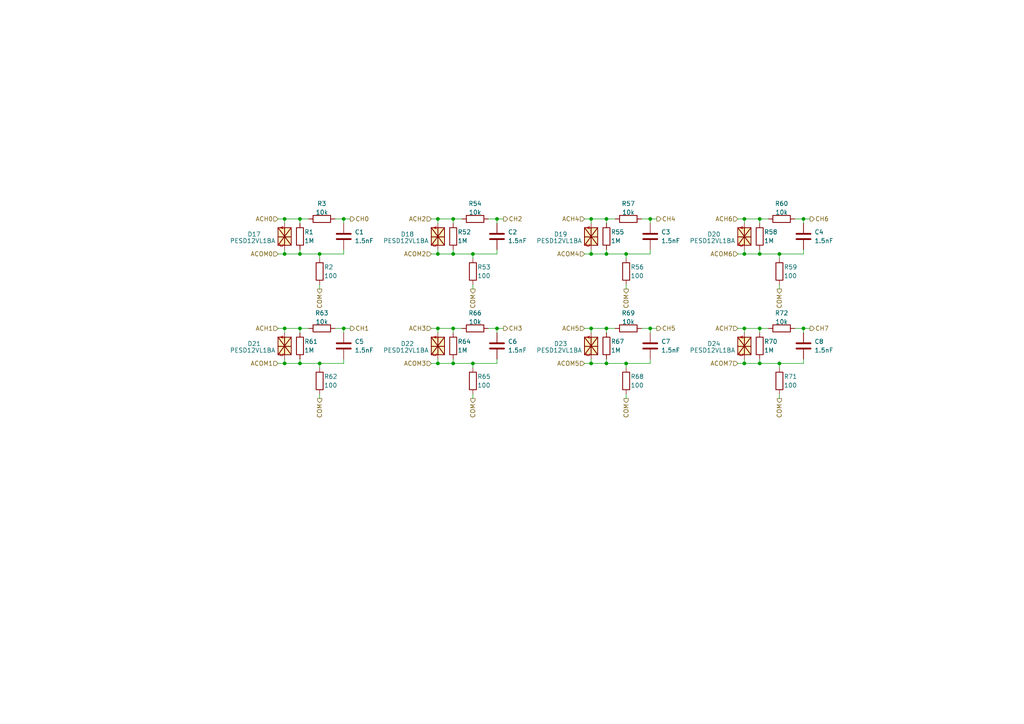
<source format=kicad_sch>
(kicad_sch (version 20250114) (generator "eeschema") (generator_version "9.0")
  (paper "A4")
  (lib_symbols
    (symbol "Device:C" (pin_numbers (hide yes)) (pin_names (offset 0.254))
      (property "Reference" "C" (at 0.635 2.54 0))
      (property "Value" "C" (at 0.635 -2.54 0))
      (symbol "C_0_1"
        (polyline (pts (xy -2.032 0.762) (xy 2.032 0.762)) (stroke (width 0.508)))
        (polyline (pts (xy -2.032 -0.762) (xy 2.032 -0.762)) (stroke (width 0.508)))
      )
      (symbol "C_1_1"
        (pin passive line (at 0 3.81 270) (length 2.794) (name "~") (number "1"))
        (pin passive line (at 0 -3.81 90) (length 2.794) (name "~") (number "2"))
      )
    )
    (symbol "Device:R" (pin_numbers (hide yes)) (pin_names (offset 0))
      (property "Reference" "R" (at 2.032 0 90))
      (property "Value" "R" (at 0 0 90))
      (symbol "R_0_1"
        (rectangle (start -1.016 -2.54) (end 1.016 2.54) (stroke (width 0.254)))
      )
      (symbol "R_1_1"
        (pin passive line (at 0 3.81 270) (length 1.27) (name "~") (number "1"))
        (pin passive line (at 0 -3.81 90) (length 1.27) (name "~") (number "2"))
      )
    )
    (symbol "PESD12VL1BA:PESD12VL1BA" (pin_names (offset 1.016))
      (property "Reference" "D" (at -2.9464 2.6416 0))
      (property "Value" "PESD12VL1BA" (at -4.4704 -4.4958 0))
      (symbol "PESD12VL1BA_0_0"
        (polyline (pts (xy -1.27 0) (xy 3.81 0)) (stroke (width 0.254)))
        (polyline (pts (xy -1.27 -1.905) (xy 1.27 0)) (stroke (width 0.254)))
        (rectangle (start -1.2519 -1.905) (end 3.8281 1.905) (stroke (width 0.254)) (fill (type background)))
        (polyline (pts (xy 1.27 0) (xy -1.27 1.905)) (stroke (width 0.254)))
        (polyline (pts (xy 1.27 0) (xy 3.81 1.905)) (stroke (width 0.254)))
        (polyline (pts (xy 1.397 1.905) (xy 1.397 -1.905)) (stroke (width 0.254)))
        (polyline (pts (xy 3.81 -1.905) (xy 1.27 0)) (stroke (width 0.254)))
        (pin passive line (at -2.54 0 0) (length 2.54) (name "~") (number "A"))
        (pin passive line (at 5.08 0 180) (length 2.54) (name "~") (number "C"))
      )
    )
  )
  (junction (at 220.345 105.41))
  (junction (at 181.61 105.41))
  (junction (at 220.345 63.5))
  (junction (at 99.695 63.5))
  (junction (at 99.695 95.25))
  (junction (at 171.45 63.5))
  (junction (at 175.895 95.25))
  (junction (at 171.45 95.25))
  (junction (at 92.71 105.41))
  (junction (at 181.61 73.66))
  (junction (at 226.06 105.41))
  (junction (at 127 95.25))
  (junction (at 171.45 73.66))
  (junction (at 137.16 105.41))
  (junction (at 82.55 95.25))
  (junction (at 86.995 73.66))
  (junction (at 175.895 105.41))
  (junction (at 127 63.5))
  (junction (at 82.55 105.41))
  (junction (at 127 105.41))
  (junction (at 175.895 73.66))
  (junction (at 233.045 63.5))
  (junction (at 215.9 63.5))
  (junction (at 144.145 63.5))
  (junction (at 220.345 73.66))
  (junction (at 131.445 95.25))
  (junction (at 226.06 73.66))
  (junction (at 188.595 95.25))
  (junction (at 82.55 73.66))
  (junction (at 175.895 63.5))
  (junction (at 86.995 95.25))
  (junction (at 215.9 73.66))
  (junction (at 127 73.66))
  (junction (at 82.55 63.5))
  (junction (at 137.16 73.66))
  (junction (at 188.595 63.5))
  (junction (at 233.045 95.25))
  (junction (at 144.145 95.25))
  (junction (at 92.71 73.66))
  (junction (at 131.445 63.5))
  (junction (at 131.445 105.41))
  (junction (at 215.9 105.41))
  (junction (at 86.995 105.41))
  (junction (at 86.995 63.5))
  (junction (at 171.45 105.41))
  (junction (at 220.345 95.25))
  (junction (at 215.9 95.25))
  (junction (at 131.445 73.66))
  (wire (pts (xy 92.71 105.41) (xy 99.695 105.41)))
  (wire (pts (xy 86.995 105.41) (xy 92.71 105.41)))
  (wire (pts (xy 99.695 95.25) (xy 101.6 95.25)))
  (wire (pts (xy 215.9 72.39) (xy 215.9 73.66)))
  (wire (pts (xy 213.995 63.5) (xy 215.9 63.5)))
  (wire (pts (xy 82.55 95.25) (xy 86.995 95.25)))
  (wire (pts (xy 171.45 73.66) (xy 175.895 73.66)))
  (wire (pts (xy 171.45 105.41) (xy 175.895 105.41)))
  (wire (pts (xy 141.605 63.5) (xy 144.145 63.5)))
  (wire (pts (xy 233.045 95.25) (xy 233.045 96.52)))
  (wire (pts (xy 127 95.25) (xy 131.445 95.25)))
  (wire (pts (xy 80.645 95.25) (xy 82.55 95.25)))
  (wire (pts (xy 220.345 104.14) (xy 220.345 105.41)))
  (wire (pts (xy 127 104.14) (xy 127 105.41)))
  (wire (pts (xy 137.16 82.55) (xy 137.16 83.82)))
  (wire (pts (xy 215.9 73.66) (xy 220.345 73.66)))
  (wire (pts (xy 181.61 114.3) (xy 181.61 115.57)))
  (wire (pts (xy 181.61 74.93) (xy 181.61 73.66)))
  (wire (pts (xy 213.995 73.66) (xy 215.9 73.66)))
  (wire (pts (xy 86.995 104.14) (xy 86.995 105.41)))
  (wire (pts (xy 169.545 63.5) (xy 171.45 63.5)))
  (wire (pts (xy 175.895 104.14) (xy 175.895 105.41)))
  (wire (pts (xy 137.16 106.68) (xy 137.16 105.41)))
  (wire (pts (xy 141.605 95.25) (xy 144.145 95.25)))
  (wire (pts (xy 127 73.66) (xy 131.445 73.66)))
  (wire (pts (xy 80.645 63.5) (xy 82.55 63.5)))
  (wire (pts (xy 226.06 73.66) (xy 233.045 73.66)))
  (wire (pts (xy 233.045 95.25) (xy 234.95 95.25)))
  (wire (pts (xy 144.145 63.5) (xy 146.05 63.5)))
  (wire (pts (xy 171.45 95.25) (xy 171.45 96.52)))
  (wire (pts (xy 188.595 95.25) (xy 188.595 96.52)))
  (wire (pts (xy 82.55 104.14) (xy 82.55 105.41)))
  (wire (pts (xy 226.06 82.55) (xy 226.06 83.82)))
  (wire (pts (xy 82.55 95.25) (xy 82.55 96.52)))
  (wire (pts (xy 226.06 105.41) (xy 233.045 105.41)))
  (wire (pts (xy 97.155 63.5) (xy 99.695 63.5)))
  (wire (pts (xy 99.695 63.5) (xy 101.6 63.5)))
  (wire (pts (xy 80.645 105.41) (xy 82.55 105.41)))
  (wire (pts (xy 144.145 95.25) (xy 146.05 95.25)))
  (wire (pts (xy 86.995 95.25) (xy 86.995 96.52)))
  (wire (pts (xy 92.71 82.55) (xy 92.71 83.82)))
  (wire (pts (xy 86.995 95.25) (xy 89.535 95.25)))
  (wire (pts (xy 220.345 95.25) (xy 220.345 96.52)))
  (wire (pts (xy 169.545 95.25) (xy 171.45 95.25)))
  (wire (pts (xy 175.895 63.5) (xy 175.895 64.77)))
  (wire (pts (xy 226.06 114.3) (xy 226.06 115.57)))
  (wire (pts (xy 82.55 63.5) (xy 82.55 64.77)))
  (wire (pts (xy 99.695 104.14) (xy 99.695 105.41)))
  (wire (pts (xy 92.71 114.3) (xy 92.71 115.57)))
  (wire (pts (xy 175.895 73.66) (xy 181.61 73.66)))
  (wire (pts (xy 144.145 72.39) (xy 144.145 73.66)))
  (wire (pts (xy 230.505 95.25) (xy 233.045 95.25)))
  (wire (pts (xy 127 72.39) (xy 127 73.66)))
  (wire (pts (xy 137.16 114.3) (xy 137.16 115.57)))
  (wire (pts (xy 82.55 63.5) (xy 86.995 63.5)))
  (wire (pts (xy 86.995 63.5) (xy 89.535 63.5)))
  (wire (pts (xy 220.345 63.5) (xy 222.885 63.5)))
  (wire (pts (xy 144.145 95.25) (xy 144.145 96.52)))
  (wire (pts (xy 230.505 63.5) (xy 233.045 63.5)))
  (wire (pts (xy 233.045 63.5) (xy 233.045 64.77)))
  (wire (pts (xy 131.445 95.25) (xy 133.985 95.25)))
  (wire (pts (xy 215.9 95.25) (xy 215.9 96.52)))
  (wire (pts (xy 169.545 105.41) (xy 171.45 105.41)))
  (wire (pts (xy 171.45 95.25) (xy 175.895 95.25)))
  (wire (pts (xy 131.445 63.5) (xy 131.445 64.77)))
  (wire (pts (xy 82.55 72.39) (xy 82.55 73.66)))
  (wire (pts (xy 220.345 72.39) (xy 220.345 73.66)))
  (wire (pts (xy 171.45 72.39) (xy 171.45 73.66)))
  (wire (pts (xy 127 63.5) (xy 127 64.77)))
  (wire (pts (xy 175.895 105.41) (xy 181.61 105.41)))
  (wire (pts (xy 181.61 106.68) (xy 181.61 105.41)))
  (wire (pts (xy 99.695 95.25) (xy 99.695 96.52)))
  (wire (pts (xy 127 63.5) (xy 131.445 63.5)))
  (wire (pts (xy 137.16 74.93) (xy 137.16 73.66)))
  (wire (pts (xy 99.695 72.39) (xy 99.695 73.66)))
  (wire (pts (xy 175.895 63.5) (xy 178.435 63.5)))
  (wire (pts (xy 82.55 73.66) (xy 86.995 73.66)))
  (wire (pts (xy 215.9 63.5) (xy 220.345 63.5)))
  (wire (pts (xy 220.345 105.41) (xy 226.06 105.41)))
  (wire (pts (xy 171.45 104.14) (xy 171.45 105.41)))
  (wire (pts (xy 97.155 95.25) (xy 99.695 95.25)))
  (wire (pts (xy 125.095 95.25) (xy 127 95.25)))
  (wire (pts (xy 215.9 105.41) (xy 220.345 105.41)))
  (wire (pts (xy 233.045 72.39) (xy 233.045 73.66)))
  (wire (pts (xy 233.045 104.14) (xy 233.045 105.41)))
  (wire (pts (xy 82.55 105.41) (xy 86.995 105.41)))
  (wire (pts (xy 215.9 95.25) (xy 220.345 95.25)))
  (wire (pts (xy 226.06 106.68) (xy 226.06 105.41)))
  (wire (pts (xy 186.055 95.25) (xy 188.595 95.25)))
  (wire (pts (xy 86.995 63.5) (xy 86.995 64.77)))
  (wire (pts (xy 99.695 63.5) (xy 99.695 64.77)))
  (wire (pts (xy 181.61 82.55) (xy 181.61 83.82)))
  (wire (pts (xy 171.45 63.5) (xy 171.45 64.77)))
  (wire (pts (xy 80.645 73.66) (xy 82.55 73.66)))
  (wire (pts (xy 127 95.25) (xy 127 96.52)))
  (wire (pts (xy 175.895 72.39) (xy 175.895 73.66)))
  (wire (pts (xy 220.345 63.5) (xy 220.345 64.77)))
  (wire (pts (xy 131.445 73.66) (xy 137.16 73.66)))
  (wire (pts (xy 175.895 95.25) (xy 178.435 95.25)))
  (wire (pts (xy 220.345 73.66) (xy 226.06 73.66)))
  (wire (pts (xy 181.61 73.66) (xy 188.595 73.66)))
  (wire (pts (xy 188.595 95.25) (xy 190.5 95.25)))
  (wire (pts (xy 233.045 63.5) (xy 234.95 63.5)))
  (wire (pts (xy 137.16 73.66) (xy 144.145 73.66)))
  (wire (pts (xy 188.595 63.5) (xy 190.5 63.5)))
  (wire (pts (xy 213.995 95.25) (xy 215.9 95.25)))
  (wire (pts (xy 131.445 72.39) (xy 131.445 73.66)))
  (wire (pts (xy 188.595 63.5) (xy 188.595 64.77)))
  (wire (pts (xy 181.61 105.41) (xy 188.595 105.41)))
  (wire (pts (xy 175.895 95.25) (xy 175.895 96.52)))
  (wire (pts (xy 125.095 73.66) (xy 127 73.66)))
  (wire (pts (xy 220.345 95.25) (xy 222.885 95.25)))
  (wire (pts (xy 131.445 63.5) (xy 133.985 63.5)))
  (wire (pts (xy 92.71 73.66) (xy 99.695 73.66)))
  (wire (pts (xy 127 105.41) (xy 131.445 105.41)))
  (wire (pts (xy 215.9 104.14) (xy 215.9 105.41)))
  (wire (pts (xy 92.71 74.93) (xy 92.71 73.66)))
  (wire (pts (xy 125.095 105.41) (xy 127 105.41)))
  (wire (pts (xy 144.145 63.5) (xy 144.145 64.77)))
  (wire (pts (xy 137.16 105.41) (xy 144.145 105.41)))
  (wire (pts (xy 188.595 104.14) (xy 188.595 105.41)))
  (wire (pts (xy 131.445 104.14) (xy 131.445 105.41)))
  (wire (pts (xy 86.995 72.39) (xy 86.995 73.66)))
  (wire (pts (xy 92.71 106.68) (xy 92.71 105.41)))
  (wire (pts (xy 144.145 104.14) (xy 144.145 105.41)))
  (wire (pts (xy 213.995 105.41) (xy 215.9 105.41)))
  (wire (pts (xy 226.06 74.93) (xy 226.06 73.66)))
  (wire (pts (xy 131.445 95.25) (xy 131.445 96.52)))
  (wire (pts (xy 215.9 63.5) (xy 215.9 64.77)))
  (wire (pts (xy 186.055 63.5) (xy 188.595 63.5)))
  (wire (pts (xy 131.445 105.41) (xy 137.16 105.41)))
  (wire (pts (xy 188.595 72.39) (xy 188.595 73.66)))
  (wire (pts (xy 171.45 63.5) (xy 175.895 63.5)))
  (wire (pts (xy 86.995 73.66) (xy 92.71 73.66)))
  (wire (pts (xy 125.095 63.5) (xy 127 63.5)))
  (wire (pts (xy 169.545 73.66) (xy 171.45 73.66)))
  (hierarchical_label "ACH2" (shape input) (at 125.095 63.5 180))
  (hierarchical_label "ACH7" (shape input) (at 213.995 95.25 180))
  (hierarchical_label "ACOM6" (shape input) (at 213.995 73.66 180))
  (hierarchical_label "COM" (shape output) (at 226.06 83.82 270))
  (hierarchical_label "COM" (shape output) (at 137.16 83.82 270))
  (hierarchical_label "COM" (shape output) (at 92.71 115.57 270))
  (hierarchical_label "CH5" (shape output) (at 190.5 95.25 0))
  (hierarchical_label "ACOM2" (shape input) (at 125.095 73.66 180))
  (hierarchical_label "ACH1" (shape input) (at 80.645 95.25 180))
  (hierarchical_label "CH2" (shape output) (at 146.05 63.5 0))
  (hierarchical_label "CH3" (shape output) (at 146.05 95.25 0))
  (hierarchical_label "ACH5" (shape input) (at 169.545 95.25 180))
  (hierarchical_label "COM" (shape output) (at 181.61 115.57 270))
  (hierarchical_label "ACOM0" (shape input) (at 80.645 73.66 180))
  (hierarchical_label "COM" (shape output) (at 226.06 115.57 270))
  (hierarchical_label "ACOM7" (shape input) (at 213.995 105.41 180))
  (hierarchical_label "ACH0" (shape input) (at 80.645 63.5 180))
  (hierarchical_label "ACOM5" (shape input) (at 169.545 105.41 180))
  (hierarchical_label "COM" (shape output) (at 92.71 83.82 270))
  (hierarchical_label "CH6" (shape output) (at 234.95 63.5 0))
  (hierarchical_label "ACH6" (shape input) (at 213.995 63.5 180))
  (hierarchical_label "COM" (shape output) (at 181.61 83.82 270))
  (hierarchical_label "ACOM3" (shape input) (at 125.095 105.41 180))
  (hierarchical_label "CH7" (shape output) (at 234.95 95.25 0))
  (hierarchical_label "COM" (shape output) (at 137.16 115.57 270))
  (hierarchical_label "CH0" (shape output) (at 101.6 63.5 0))
  (hierarchical_label "ACOM1" (shape input) (at 80.645 105.41 180))
  (hierarchical_label "CH4" (shape output) (at 190.5 63.5 0))
  (hierarchical_label "ACOM4" (shape input) (at 169.545 73.66 180))
  (hierarchical_label "ACH3" (shape input) (at 125.095 95.25 180))
  (hierarchical_label "CH1" (shape output) (at 101.6 95.25 0))
  (hierarchical_label "ACH4" (shape input) (at 169.545 63.5 180))
  (symbol (lib_id "Device:R") (at 220.345 100.33 0) (unit 1)
    (property "Reference" "R70" (at 221.615 99.06 0) (effects (justify left)))
    (property "Value" "1M" (at 221.615 101.6 0) (effects (justify left)))
    (property "Description" "Resistor" (effects (hide yes)))
  )
  (symbol (lib_id "Device:R") (at 226.06 110.49 0) (unit 1)
    (property "Reference" "R71" (at 227.33 109.22 0) (effects (justify left)))
    (property "Value" "100" (at 227.33 111.76 0) (effects (justify left)))
    (property "Description" "Resistor" (effects (hide yes)))
  )
  (symbol (lib_id "Device:C") (at 99.695 100.33 0) (unit 1)
    (property "Reference" "C5" (at 102.87 99.06 0) (effects (justify left)))
    (property "Value" "1.5nF" (at 102.87 101.6 0) (effects (justify left)))
    (property "Description" "Unpolarized capacitor" (effects (hide yes)))
  )
  (symbol (lib_id "Device:R") (at 182.245 95.25 90) (unit 1)
    (property "Reference" "R69" (at 182.245 90.805 90))
    (property "Value" "10k" (at 182.245 93.345 90))
    (property "Description" "Resistor" (effects (hide yes)))
  )
  (symbol (lib_id "PESD12VL1BA:PESD12VL1BA") (at 171.45 99.06 270) (unit 1)
    (property "Reference" "D23" (at 160.655 99.695 90) (effects (justify left)))
    (property "Value" "PESD12VL1BA" (at 155.575 101.6 90) (effects (justify left)))
    (property "Footprint" "PESD12VL1BA:SOD323" (effects (hide yes)))
    (property "MF" "Nexperia" (effects (hide yes)))
    (property "Description_1" "37V Clamp 5A (8/20µs) Ipp Tvs Diode Surface Mount SOD-323" (effects (hide yes)))
    (property "Package" "SOD-323 Vishay Semiconductor Diodes Division" (effects (hide yes)))
    (property "Price" "None" (effects (hide yes)))
    (property "SnapEDA_Link" "https://www.snapeda.com/parts/PESD12VL1BA/Nexperia/view-part/?ref=snap" (effects (hide yes)))
    (property "MP" "PESD12VL1BA" (effects (hide yes)))
    (property "Availability" "Not in stock" (effects (hide yes)))
    (property "Check_prices" "https://www.snapeda.com/parts/PESD12VL1BA/Nexperia/view-part/?ref=eda" (effects (hide yes)))
  )
  (symbol (lib_id "Device:R") (at 226.695 95.25 90) (unit 1)
    (property "Reference" "R72" (at 226.695 90.805 90))
    (property "Value" "10k" (at 226.695 93.345 90))
    (property "Description" "Resistor" (effects (hide yes)))
  )
  (symbol (lib_id "PESD12VL1BA:PESD12VL1BA") (at 215.9 99.06 270) (unit 1)
    (property "Reference" "D24" (at 205.105 99.695 90) (effects (justify left)))
    (property "Value" "PESD12VL1BA" (at 200.025 101.6 90) (effects (justify left)))
    (property "Footprint" "PESD12VL1BA:SOD323" (effects (hide yes)))
    (property "MF" "Nexperia" (effects (hide yes)))
    (property "Description_1" "37V Clamp 5A (8/20µs) Ipp Tvs Diode Surface Mount SOD-323" (effects (hide yes)))
    (property "Package" "SOD-323 Vishay Semiconductor Diodes Division" (effects (hide yes)))
    (property "Price" "None" (effects (hide yes)))
    (property "SnapEDA_Link" "https://www.snapeda.com/parts/PESD12VL1BA/Nexperia/view-part/?ref=snap" (effects (hide yes)))
    (property "MP" "PESD12VL1BA" (effects (hide yes)))
    (property "Availability" "Not in stock" (effects (hide yes)))
    (property "Check_prices" "https://www.snapeda.com/parts/PESD12VL1BA/Nexperia/view-part/?ref=eda" (effects (hide yes)))
  )
  (symbol (lib_id "Device:R") (at 175.895 100.33 0) (unit 1)
    (property "Reference" "R67" (at 177.165 99.06 0) (effects (justify left)))
    (property "Value" "1M" (at 177.165 101.6 0) (effects (justify left)))
    (property "Description" "Resistor" (effects (hide yes)))
  )
  (symbol (lib_id "Device:R") (at 131.445 68.58 0) (unit 1)
    (property "Reference" "R52" (at 132.715 67.31 0) (effects (justify left)))
    (property "Value" "1M" (at 132.715 69.85 0) (effects (justify left)))
    (property "Description" "Resistor" (effects (hide yes)))
  )
  (symbol (lib_id "Device:C") (at 99.695 68.58 0) (unit 1)
    (property "Reference" "C1" (at 102.87 67.31 0) (effects (justify left)))
    (property "Value" "1.5nF" (at 102.87 69.85 0) (effects (justify left)))
    (property "Description" "Unpolarized capacitor" (effects (hide yes)))
  )
  (symbol (lib_id "Device:R") (at 86.995 100.33 0) (unit 1)
    (property "Reference" "R61" (at 88.265 99.06 0) (effects (justify left)))
    (property "Value" "1M" (at 88.265 101.6 0) (effects (justify left)))
    (property "Description" "Resistor" (effects (hide yes)))
  )
  (symbol (lib_id "Device:R") (at 93.345 95.25 90) (unit 1)
    (property "Reference" "R63" (at 93.345 90.805 90))
    (property "Value" "10k" (at 93.345 93.345 90))
    (property "Description" "Resistor" (effects (hide yes)))
  )
  (symbol (lib_id "PESD12VL1BA:PESD12VL1BA") (at 127 99.06 270) (unit 1)
    (property "Reference" "D22" (at 116.205 99.695 90) (effects (justify left)))
    (property "Value" "PESD12VL1BA" (at 111.125 101.6 90) (effects (justify left)))
    (property "Footprint" "PESD12VL1BA:SOD323" (effects (hide yes)))
    (property "MF" "Nexperia" (effects (hide yes)))
    (property "Description_1" "37V Clamp 5A (8/20µs) Ipp Tvs Diode Surface Mount SOD-323" (effects (hide yes)))
    (property "Package" "SOD-323 Vishay Semiconductor Diodes Division" (effects (hide yes)))
    (property "Price" "None" (effects (hide yes)))
    (property "SnapEDA_Link" "https://www.snapeda.com/parts/PESD12VL1BA/Nexperia/view-part/?ref=snap" (effects (hide yes)))
    (property "MP" "PESD12VL1BA" (effects (hide yes)))
    (property "Availability" "Not in stock" (effects (hide yes)))
    (property "Check_prices" "https://www.snapeda.com/parts/PESD12VL1BA/Nexperia/view-part/?ref=eda" (effects (hide yes)))
  )
  (symbol (lib_id "Device:R") (at 175.895 68.58 0) (unit 1)
    (property "Reference" "R55" (at 177.165 67.31 0) (effects (justify left)))
    (property "Value" "1M" (at 177.165 69.85 0) (effects (justify left)))
    (property "Description" "Resistor" (effects (hide yes)))
  )
  (symbol (lib_id "Device:C") (at 233.045 100.33 0) (unit 1)
    (property "Reference" "C8" (at 236.22 99.06 0) (effects (justify left)))
    (property "Value" "1.5nF" (at 236.22 101.6 0) (effects (justify left)))
    (property "Description" "Unpolarized capacitor" (effects (hide yes)))
  )
  (symbol (lib_id "Device:R") (at 131.445 100.33 0) (unit 1)
    (property "Reference" "R64" (at 132.715 99.06 0) (effects (justify left)))
    (property "Value" "1M" (at 132.715 101.6 0) (effects (justify left)))
    (property "Description" "Resistor" (effects (hide yes)))
  )
  (symbol (lib_id "Device:R") (at 137.795 63.5 90) (unit 1)
    (property "Reference" "R54" (at 137.795 59.055 90))
    (property "Value" "10k" (at 137.795 61.595 90))
    (property "Description" "Resistor" (effects (hide yes)))
  )
  (symbol (lib_id "Device:C") (at 144.145 100.33 0) (unit 1)
    (property "Reference" "C6" (at 147.32 99.06 0) (effects (justify left)))
    (property "Value" "1.5nF" (at 147.32 101.6 0) (effects (justify left)))
    (property "Description" "Unpolarized capacitor" (effects (hide yes)))
  )
  (symbol (lib_id "Device:R") (at 182.245 63.5 90) (unit 1)
    (property "Reference" "R57" (at 182.245 59.055 90))
    (property "Value" "10k" (at 182.245 61.595 90))
    (property "Description" "Resistor" (effects (hide yes)))
  )
  (symbol (lib_id "Device:C") (at 144.145 68.58 0) (unit 1)
    (property "Reference" "C2" (at 147.32 67.31 0) (effects (justify left)))
    (property "Value" "1.5nF" (at 147.32 69.85 0) (effects (justify left)))
    (property "Description" "Unpolarized capacitor" (effects (hide yes)))
  )
  (symbol (lib_id "Device:R") (at 86.995 68.58 0) (unit 1)
    (property "Reference" "R1" (at 88.265 67.31 0) (effects (justify left)))
    (property "Value" "1M" (at 88.265 69.85 0) (effects (justify left)))
    (property "Description" "Resistor" (effects (hide yes)))
  )
  (symbol (lib_id "Device:R") (at 181.61 110.49 0) (unit 1)
    (property "Reference" "R68" (at 182.88 109.22 0) (effects (justify left)))
    (property "Value" "100" (at 182.88 111.76 0) (effects (justify left)))
    (property "Description" "Resistor" (effects (hide yes)))
  )
  (symbol (lib_id "Device:R") (at 93.345 63.5 90) (unit 1)
    (property "Reference" "R3" (at 93.345 59.055 90))
    (property "Value" "10k" (at 93.345 61.595 90))
    (property "Description" "Resistor" (effects (hide yes)))
  )
  (symbol (lib_id "Device:R") (at 92.71 110.49 0) (unit 1)
    (property "Reference" "R62" (at 93.98 109.22 0) (effects (justify left)))
    (property "Value" "100" (at 93.98 111.76 0) (effects (justify left)))
    (property "Description" "Resistor" (effects (hide yes)))
  )
  (symbol (lib_id "Device:R") (at 220.345 68.58 0) (unit 1)
    (property "Reference" "R58" (at 221.615 67.31 0) (effects (justify left)))
    (property "Value" "1M" (at 221.615 69.85 0) (effects (justify left)))
    (property "Description" "Resistor" (effects (hide yes)))
  )
  (symbol (lib_id "Device:R") (at 226.06 78.74 0) (unit 1)
    (property "Reference" "R59" (at 227.33 77.47 0) (effects (justify left)))
    (property "Value" "100" (at 227.33 80.01 0) (effects (justify left)))
    (property "Description" "Resistor" (effects (hide yes)))
  )
  (symbol (lib_id "Device:R") (at 226.695 63.5 90) (unit 1)
    (property "Reference" "R60" (at 226.695 59.055 90))
    (property "Value" "10k" (at 226.695 61.595 90))
    (property "Description" "Resistor" (effects (hide yes)))
  )
  (symbol (lib_id "Device:R") (at 137.795 95.25 90) (unit 1)
    (property "Reference" "R66" (at 137.795 90.805 90))
    (property "Value" "10k" (at 137.795 93.345 90))
    (property "Description" "Resistor" (effects (hide yes)))
  )
  (symbol (lib_id "Device:C") (at 233.045 68.58 0) (unit 1)
    (property "Reference" "C4" (at 236.22 67.31 0) (effects (justify left)))
    (property "Value" "1.5nF" (at 236.22 69.85 0) (effects (justify left)))
    (property "Description" "Unpolarized capacitor" (effects (hide yes)))
  )
  (symbol (lib_id "Device:R") (at 92.71 78.74 0) (unit 1)
    (property "Reference" "R2" (at 93.98 77.47 0) (effects (justify left)))
    (property "Value" "100" (at 93.98 80.01 0) (effects (justify left)))
    (property "Description" "Resistor" (effects (hide yes)))
  )
  (symbol (lib_id "Device:R") (at 137.16 78.74 0) (unit 1)
    (property "Reference" "R53" (at 138.43 77.47 0) (effects (justify left)))
    (property "Value" "100" (at 138.43 80.01 0) (effects (justify left)))
    (property "Description" "Resistor" (effects (hide yes)))
  )
  (symbol (lib_id "Device:C") (at 188.595 100.33 0) (unit 1)
    (property "Reference" "C7" (at 191.77 99.06 0) (effects (justify left)))
    (property "Value" "1.5nF" (at 191.77 101.6 0) (effects (justify left)))
    (property "Description" "Unpolarized capacitor" (effects (hide yes)))
  )
  (symbol (lib_id "PESD12VL1BA:PESD12VL1BA") (at 127 67.31 270) (unit 1)
    (property "Reference" "D18" (at 116.205 67.945 90) (effects (justify left)))
    (property "Value" "PESD12VL1BA" (at 111.125 69.85 90) (effects (justify left)))
    (property "Footprint" "PESD12VL1BA:SOD323" (effects (hide yes)))
    (property "MF" "Nexperia" (effects (hide yes)))
    (property "Description_1" "37V Clamp 5A (8/20µs) Ipp Tvs Diode Surface Mount SOD-323" (effects (hide yes)))
    (property "Package" "SOD-323 Vishay Semiconductor Diodes Division" (effects (hide yes)))
    (property "Price" "None" (effects (hide yes)))
    (property "SnapEDA_Link" "https://www.snapeda.com/parts/PESD12VL1BA/Nexperia/view-part/?ref=snap" (effects (hide yes)))
    (property "MP" "PESD12VL1BA" (effects (hide yes)))
    (property "Availability" "Not in stock" (effects (hide yes)))
    (property "Check_prices" "https://www.snapeda.com/parts/PESD12VL1BA/Nexperia/view-part/?ref=eda" (effects (hide yes)))
  )
  (symbol (lib_id "Device:R") (at 137.16 110.49 0) (unit 1)
    (property "Reference" "R65" (at 138.43 109.22 0) (effects (justify left)))
    (property "Value" "100" (at 138.43 111.76 0) (effects (justify left)))
    (property "Description" "Resistor" (effects (hide yes)))
  )
  (symbol (lib_id "PESD12VL1BA:PESD12VL1BA") (at 171.45 67.31 270) (unit 1)
    (property "Reference" "D19" (at 160.655 67.945 90) (effects (justify left)))
    (property "Value" "PESD12VL1BA" (at 155.575 69.85 90) (effects (justify left)))
    (property "Footprint" "PESD12VL1BA:SOD323" (effects (hide yes)))
    (property "MF" "Nexperia" (effects (hide yes)))
    (property "Description_1" "37V Clamp 5A (8/20µs) Ipp Tvs Diode Surface Mount SOD-323" (effects (hide yes)))
    (property "Package" "SOD-323 Vishay Semiconductor Diodes Division" (effects (hide yes)))
    (property "Price" "None" (effects (hide yes)))
    (property "SnapEDA_Link" "https://www.snapeda.com/parts/PESD12VL1BA/Nexperia/view-part/?ref=snap" (effects (hide yes)))
    (property "MP" "PESD12VL1BA" (effects (hide yes)))
    (property "Availability" "Not in stock" (effects (hide yes)))
    (property "Check_prices" "https://www.snapeda.com/parts/PESD12VL1BA/Nexperia/view-part/?ref=eda" (effects (hide yes)))
  )
  (symbol (lib_id "Device:R") (at 181.61 78.74 0) (unit 1)
    (property "Reference" "R56" (at 182.88 77.47 0) (effects (justify left)))
    (property "Value" "100" (at 182.88 80.01 0) (effects (justify left)))
    (property "Description" "Resistor" (effects (hide yes)))
  )
  (symbol (lib_id "Device:C") (at 188.595 68.58 0) (unit 1)
    (property "Reference" "C3" (at 191.77 67.31 0) (effects (justify left)))
    (property "Value" "1.5nF" (at 191.77 69.85 0) (effects (justify left)))
    (property "Description" "Unpolarized capacitor" (effects (hide yes)))
  )
  (symbol (lib_id "PESD12VL1BA:PESD12VL1BA") (at 82.55 67.31 270) (unit 1)
    (property "Reference" "D17" (at 71.755 67.945 90) (effects (justify left)))
    (property "Value" "PESD12VL1BA" (at 66.675 69.85 90) (effects (justify left)))
    (property "Footprint" "PESD12VL1BA:SOD323" (effects (hide yes)))
    (property "MF" "Nexperia" (effects (hide yes)))
    (property "Description_1" "37V Clamp 5A (8/20µs) Ipp Tvs Diode Surface Mount SOD-323" (effects (hide yes)))
    (property "Package" "SOD-323 Vishay Semiconductor Diodes Division" (effects (hide yes)))
    (property "Price" "None" (effects (hide yes)))
    (property "SnapEDA_Link" "https://www.snapeda.com/parts/PESD12VL1BA/Nexperia/view-part/?ref=snap" (effects (hide yes)))
    (property "MP" "PESD12VL1BA" (effects (hide yes)))
    (property "Availability" "Not in stock" (effects (hide yes)))
    (property "Check_prices" "https://www.snapeda.com/parts/PESD12VL1BA/Nexperia/view-part/?ref=eda" (effects (hide yes)))
  )
  (symbol (lib_id "PESD12VL1BA:PESD12VL1BA") (at 215.9 67.31 270) (unit 1)
    (property "Reference" "D20" (at 205.105 67.945 90) (effects (justify left)))
    (property "Value" "PESD12VL1BA" (at 200.025 69.85 90) (effects (justify left)))
    (property "Footprint" "PESD12VL1BA:SOD323" (effects (hide yes)))
    (property "MF" "Nexperia" (effects (hide yes)))
    (property "Description_1" "37V Clamp 5A (8/20µs) Ipp Tvs Diode Surface Mount SOD-323" (effects (hide yes)))
    (property "Package" "SOD-323 Vishay Semiconductor Diodes Division" (effects (hide yes)))
    (property "Price" "None" (effects (hide yes)))
    (property "SnapEDA_Link" "https://www.snapeda.com/parts/PESD12VL1BA/Nexperia/view-part/?ref=snap" (effects (hide yes)))
    (property "MP" "PESD12VL1BA" (effects (hide yes)))
    (property "Availability" "Not in stock" (effects (hide yes)))
    (property "Check_prices" "https://www.snapeda.com/parts/PESD12VL1BA/Nexperia/view-part/?ref=eda" (effects (hide yes)))
  )
  (symbol (lib_id "PESD12VL1BA:PESD12VL1BA") (at 82.55 99.06 270) (unit 1)
    (property "Reference" "D21" (at 71.755 99.695 90) (effects (justify left)))
    (property "Value" "PESD12VL1BA" (at 66.675 101.6 90) (effects (justify left)))
    (property "Footprint" "PESD12VL1BA:SOD323" (effects (hide yes)))
    (property "MF" "Nexperia" (effects (hide yes)))
    (property "Description_1" "37V Clamp 5A (8/20µs) Ipp Tvs Diode Surface Mount SOD-323" (effects (hide yes)))
    (property "Package" "SOD-323 Vishay Semiconductor Diodes Division" (effects (hide yes)))
    (property "Price" "None" (effects (hide yes)))
    (property "SnapEDA_Link" "https://www.snapeda.com/parts/PESD12VL1BA/Nexperia/view-part/?ref=snap" (effects (hide yes)))
    (property "MP" "PESD12VL1BA" (effects (hide yes)))
    (property "Availability" "Not in stock" (effects (hide yes)))
    (property "Check_prices" "https://www.snapeda.com/parts/PESD12VL1BA/Nexperia/view-part/?ref=eda" (effects (hide yes)))
  )
)
</source>
